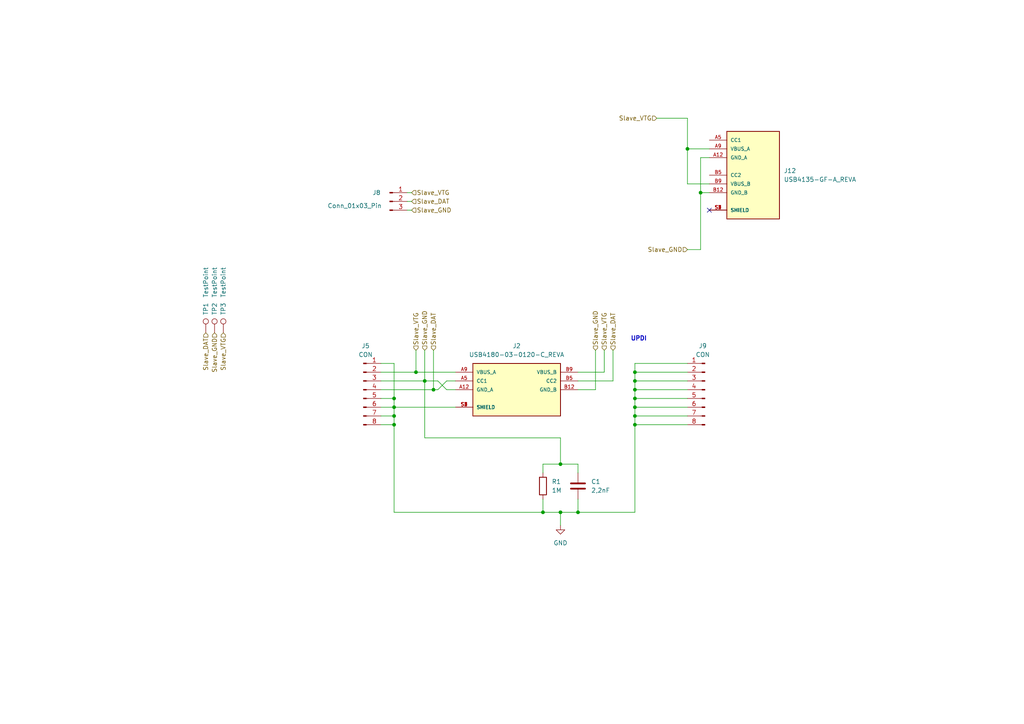
<source format=kicad_sch>
(kicad_sch (version 20231120) (generator "eeschema") (generator_version "8.0")
  (paper "A4")
  (lib_symbols
    (symbol "Connector:Conn_01x03_Pin" (pin_names (offset 1.016) hide)
      (property "Reference" "J" (at 0 5.08 0))
      (property "Value" "Conn_01x03_Pin" (at 0 -5.08 0))
      (symbol "Conn_01x03_Pin_1_1"
        (polyline (pts (xy 1.27 -2.54) (xy 0.8636 -2.54)) (stroke (width 0.1524)))
        (polyline (pts (xy 1.27 0) (xy 0.8636 0)) (stroke (width 0.1524)))
        (polyline (pts (xy 1.27 2.54) (xy 0.8636 2.54)) (stroke (width 0.1524)))
        (rectangle (start 0.8636 -2.413) (end 0 -2.667) (stroke (width 0.1524)) (fill (type outline)))
        (rectangle (start 0.8636 0.127) (end 0 -0.127) (stroke (width 0.1524)) (fill (type outline)))
        (rectangle (start 0.8636 2.667) (end 0 2.413) (stroke (width 0.1524)) (fill (type outline)))
        (pin passive line (at 5.08 2.54 180) (length 3.81) (name "Pin_1") (number "1"))
        (pin passive line (at 5.08 0 180) (length 3.81) (name "Pin_2") (number "2"))
        (pin passive line (at 5.08 -2.54 180) (length 3.81) (name "Pin_3") (number "3"))
      )
    )
    (symbol "Connector:Conn_01x08_Pin" (pin_names (offset 1.016) hide)
      (property "Reference" "J" (at 0 10.16 0))
      (property "Value" "Conn_01x08_Pin" (at 0 -12.7 0))
      (symbol "Conn_01x08_Pin_1_1"
        (polyline (pts (xy 1.27 -10.16) (xy 0.8636 -10.16)) (stroke (width 0.1524)))
        (polyline (pts (xy 1.27 -7.62) (xy 0.8636 -7.62)) (stroke (width 0.1524)))
        (polyline (pts (xy 1.27 -5.08) (xy 0.8636 -5.08)) (stroke (width 0.1524)))
        (polyline (pts (xy 1.27 -2.54) (xy 0.8636 -2.54)) (stroke (width 0.1524)))
        (polyline (pts (xy 1.27 0) (xy 0.8636 0)) (stroke (width 0.1524)))
        (polyline (pts (xy 1.27 2.54) (xy 0.8636 2.54)) (stroke (width 0.1524)))
        (polyline (pts (xy 1.27 5.08) (xy 0.8636 5.08)) (stroke (width 0.1524)))
        (polyline (pts (xy 1.27 7.62) (xy 0.8636 7.62)) (stroke (width 0.1524)))
        (rectangle (start 0.8636 -10.033) (end 0 -10.287) (stroke (width 0.1524)) (fill (type outline)))
        (rectangle (start 0.8636 -7.493) (end 0 -7.747) (stroke (width 0.1524)) (fill (type outline)))
        (rectangle (start 0.8636 -4.953) (end 0 -5.207) (stroke (width 0.1524)) (fill (type outline)))
        (rectangle (start 0.8636 -2.413) (end 0 -2.667) (stroke (width 0.1524)) (fill (type outline)))
        (rectangle (start 0.8636 0.127) (end 0 -0.127) (stroke (width 0.1524)) (fill (type outline)))
        (rectangle (start 0.8636 2.667) (end 0 2.413) (stroke (width 0.1524)) (fill (type outline)))
        (rectangle (start 0.8636 5.207) (end 0 4.953) (stroke (width 0.1524)) (fill (type outline)))
        (rectangle (start 0.8636 7.747) (end 0 7.493) (stroke (width 0.1524)) (fill (type outline)))
        (pin passive line (at 5.08 7.62 180) (length 3.81) (name "Pin_1") (number "1"))
        (pin passive line (at 5.08 5.08 180) (length 3.81) (name "Pin_2") (number "2"))
        (pin passive line (at 5.08 2.54 180) (length 3.81) (name "Pin_3") (number "3"))
        (pin passive line (at 5.08 0 180) (length 3.81) (name "Pin_4") (number "4"))
        (pin passive line (at 5.08 -2.54 180) (length 3.81) (name "Pin_5") (number "5"))
        (pin passive line (at 5.08 -5.08 180) (length 3.81) (name "Pin_6") (number "6"))
        (pin passive line (at 5.08 -7.62 180) (length 3.81) (name "Pin_7") (number "7"))
        (pin passive line (at 5.08 -10.16 180) (length 3.81) (name "Pin_8") (number "8"))
      )
    )
    (symbol "Connector:TestPoint" (pin_numbers hide) (pin_names (offset 0.762) hide)
      (property "Reference" "TP" (at 0 6.858 0))
      (property "Value" "TestPoint" (at 0 5.08 0))
      (symbol "TestPoint_0_1"
        (circle (center 0 3.302) (radius 0.762))
      )
      (symbol "TestPoint_1_1"
        (pin passive line (at 0 0 90) (length 2.54) (name "1") (number "1"))
      )
    )
    (symbol "Device:C" (pin_numbers hide) (pin_names (offset 0.254))
      (property "Reference" "C" (at 0.635 2.54 0))
      (property "Value" "C" (at 0.635 -2.54 0))
      (symbol "C_0_1"
        (polyline (pts (xy -2.032 -0.762) (xy 2.032 -0.762)) (stroke (width 0.508)))
        (polyline (pts (xy -2.032 0.762) (xy 2.032 0.762)) (stroke (width 0.508)))
      )
      (symbol "C_1_1"
        (pin passive line (at 0 3.81 270) (length 2.794) (name "~") (number "1"))
        (pin passive line (at 0 -3.81 90) (length 2.794) (name "~") (number "2"))
      )
    )
    (symbol "Device:R" (pin_numbers hide) (pin_names (offset 0))
      (property "Reference" "R" (at 2.032 0 90))
      (property "Value" "R" (at 0 0 90))
      (symbol "R_0_1"
        (rectangle (start -1.016 -2.54) (end 1.016 2.54) (stroke (width 0.254)))
      )
      (symbol "R_1_1"
        (pin passive line (at 0 3.81 270) (length 1.27) (name "~") (number "1"))
        (pin passive line (at 0 -3.81 90) (length 1.27) (name "~") (number "2"))
      )
    )
    (symbol "USB4135-GF-A_REVA:USB4135-GF-A_REVA" (pin_names (offset 1.016))
      (property "Reference" "J" (at -7.62 13.462 0))
      (property "Value" "USB4135-GF-A_REVA" (at -7.62 -13.462 0))
      (symbol "USB4135-GF-A_REVA_0_0"
        (rectangle (start -7.62 -12.7) (end 7.62 12.7) (stroke (width 0.254)) (fill (type background)))
        (pin power_in line (at -12.7 5.08 0) (length 5.08) (name "GND_A") (number "A12"))
        (pin bidirectional line (at -12.7 10.16 0) (length 5.08) (name "CC1") (number "A5"))
        (pin power_in line (at -12.7 7.62 0) (length 5.08) (name "VBUS_A") (number "A9"))
        (pin power_in line (at -12.7 -5.08 0) (length 5.08) (name "GND_B") (number "B12"))
        (pin bidirectional line (at -12.7 0 0) (length 5.08) (name "CC2") (number "B5"))
        (pin power_in line (at -12.7 -2.54 0) (length 5.08) (name "VBUS_B") (number "B9"))
        (pin passive line (at -12.7 -10.16 0) (length 5.08) (name "SHIELD") (number "S1"))
        (pin passive line (at -12.7 -10.16 0) (length 5.08) (name "SHIELD") (number "S2"))
        (pin passive line (at -12.7 -10.16 0) (length 5.08) (name "SHIELD") (number "S3"))
        (pin passive line (at -12.7 -10.16 0) (length 5.08) (name "SHIELD") (number "S4"))
      )
    )
    (symbol "USB4180-03-0120-C_REVA:USB4180-03-0120-C_REVA" (pin_names (offset 1.016))
      (property "Reference" "J" (at -12.7 8.382 0))
      (property "Value" "USB4180-03-0120-C_REVA" (at -12.7 -10.16 0))
      (symbol "USB4180-03-0120-C_REVA_0_0"
        (rectangle (start -12.7 -7.62) (end 12.7 7.62) (stroke (width 0.254)) (fill (type background)))
        (pin power_in line (at -17.78 0 0) (length 5.08) (name "GND_A") (number "A12"))
        (pin bidirectional line (at -17.78 2.54 0) (length 5.08) (name "CC1") (number "A5"))
        (pin power_in line (at -17.78 5.08 0) (length 5.08) (name "VBUS_A") (number "A9"))
        (pin power_in line (at 17.78 0 180) (length 5.08) (name "GND_B") (number "B12"))
        (pin bidirectional line (at 17.78 2.54 180) (length 5.08) (name "CC2") (number "B5"))
        (pin power_in line (at 17.78 5.08 180) (length 5.08) (name "VBUS_B") (number "B9"))
        (pin passive line (at -17.78 -5.08 0) (length 5.08) (name "SHIELD") (number "S1"))
        (pin passive line (at -17.78 -5.08 0) (length 5.08) (name "SHIELD") (number "S2"))
        (pin passive line (at -17.78 -5.08 0) (length 5.08) (name "SHIELD") (number "S3"))
        (pin passive line (at -17.78 -5.08 0) (length 5.08) (name "SHIELD") (number "S4"))
      )
    )
    (symbol "power:GND" (power) (pin_names (offset 0))
      (property "Value" "GND" (at 0 -3.81 0))
      (symbol "GND_0_1"
        (polyline (pts (xy 0 0) (xy 0 -1.27) (xy 1.27 -1.27) (xy 0 -2.54) (xy -1.27 -1.27) (xy 0 -1.27)))
      )
      (symbol "GND_1_1"
        (pin power_in line (at 0 0 270) (length 0) hide (name "GND") (number "1"))
      )
    )
  )
  (junction (at 184.15 113.03))
  (junction (at 184.15 123.19))
  (junction (at 114.3 123.19))
  (junction (at 125.73 113.03))
  (junction (at 123.19 110.49))
  (junction (at 114.3 118.11))
  (junction (at 157.48 148.59))
  (junction (at 184.15 107.95))
  (junction (at 120.65 107.95))
  (junction (at 162.56 148.59))
  (junction (at 114.3 120.65))
  (junction (at 199.39 43.18))
  (junction (at 114.3 115.57))
  (junction (at 184.15 115.57))
  (junction (at 167.64 148.59))
  (junction (at 184.15 110.49))
  (junction (at 184.15 120.65))
  (junction (at 184.15 118.11))
  (junction (at 162.56 134.62))
  (junction (at 203.2 55.88))
  (no_connect (at 205.74 60.96))
  (wire (pts (xy 114.3 118.11) (xy 114.3 120.65)))
  (wire (pts (xy 184.15 123.19) (xy 184.15 148.59)))
  (wire (pts (xy 123.19 110.49) (xy 127 110.49)))
  (wire (pts (xy 129.54 110.49) (xy 132.08 110.49)))
  (wire (pts (xy 114.3 123.19) (xy 114.3 148.59)))
  (wire (pts (xy 157.48 148.59) (xy 162.56 148.59)))
  (wire (pts (xy 167.64 113.03) (xy 172.72 113.03)))
  (wire (pts (xy 184.15 118.11) (xy 184.15 120.65)))
  (wire (pts (xy 184.15 115.57) (xy 184.15 118.11)))
  (wire (pts (xy 157.48 134.62) (xy 157.48 137.16)))
  (wire (pts (xy 110.49 123.19) (xy 114.3 123.19)))
  (wire (pts (xy 203.2 55.88) (xy 205.74 55.88)))
  (wire (pts (xy 167.64 144.78) (xy 167.64 148.59)))
  (wire (pts (xy 184.15 107.95) (xy 184.15 110.49)))
  (wire (pts (xy 184.15 110.49) (xy 184.15 113.03)))
  (wire (pts (xy 184.15 118.11) (xy 199.39 118.11)))
  (wire (pts (xy 123.19 101.6) (xy 123.19 110.49)))
  (wire (pts (xy 114.3 118.11) (xy 132.08 118.11)))
  (wire (pts (xy 110.49 107.95) (xy 120.65 107.95)))
  (wire (pts (xy 129.54 113.03) (xy 132.08 113.03)))
  (wire (pts (xy 184.15 110.49) (xy 199.39 110.49)))
  (wire (pts (xy 157.48 144.78) (xy 157.48 148.59)))
  (wire (pts (xy 110.49 113.03) (xy 125.73 113.03)))
  (wire (pts (xy 167.64 148.59) (xy 184.15 148.59)))
  (wire (pts (xy 199.39 53.34) (xy 199.39 43.18)))
  (wire (pts (xy 120.65 101.6) (xy 120.65 107.95)))
  (wire (pts (xy 118.11 60.96) (xy 119.38 60.96)))
  (wire (pts (xy 110.49 120.65) (xy 114.3 120.65)))
  (wire (pts (xy 162.56 127) (xy 162.56 134.62)))
  (wire (pts (xy 114.3 115.57) (xy 114.3 118.11)))
  (wire (pts (xy 199.39 72.39) (xy 203.2 72.39)))
  (wire (pts (xy 167.64 107.95) (xy 175.26 107.95)))
  (wire (pts (xy 184.15 113.03) (xy 199.39 113.03)))
  (wire (pts (xy 123.19 110.49) (xy 123.19 127)))
  (wire (pts (xy 184.15 120.65) (xy 199.39 120.65)))
  (wire (pts (xy 203.2 45.72) (xy 205.74 45.72)))
  (wire (pts (xy 184.15 120.65) (xy 184.15 123.19)))
  (wire (pts (xy 162.56 148.59) (xy 162.56 152.4)))
  (wire (pts (xy 114.3 120.65) (xy 114.3 123.19)))
  (wire (pts (xy 167.64 110.49) (xy 177.8 110.49)))
  (wire (pts (xy 203.2 55.88) (xy 203.2 72.39)))
  (wire (pts (xy 177.8 101.6) (xy 177.8 110.49)))
  (wire (pts (xy 120.65 107.95) (xy 132.08 107.95)))
  (wire (pts (xy 118.11 55.88) (xy 119.38 55.88)))
  (wire (pts (xy 114.3 105.41) (xy 114.3 115.57)))
  (wire (pts (xy 157.48 134.62) (xy 162.56 134.62)))
  (wire (pts (xy 190.5 34.29) (xy 199.39 34.29)))
  (wire (pts (xy 110.49 105.41) (xy 114.3 105.41)))
  (wire (pts (xy 184.15 113.03) (xy 184.15 115.57)))
  (wire (pts (xy 199.39 43.18) (xy 199.39 34.29)))
  (wire (pts (xy 175.26 107.95) (xy 175.26 101.6)))
  (wire (pts (xy 114.3 148.59) (xy 157.48 148.59)))
  (wire (pts (xy 110.49 115.57) (xy 114.3 115.57)))
  (wire (pts (xy 118.11 58.42) (xy 119.38 58.42)))
  (wire (pts (xy 184.15 105.41) (xy 184.15 107.95)))
  (wire (pts (xy 184.15 107.95) (xy 199.39 107.95)))
  (wire (pts (xy 162.56 134.62) (xy 167.64 134.62)))
  (wire (pts (xy 125.73 101.6) (xy 125.73 113.03)))
  (wire (pts (xy 184.15 123.19) (xy 199.39 123.19)))
  (wire (pts (xy 125.73 113.03) (xy 127 113.03)))
  (wire (pts (xy 110.49 110.49) (xy 123.19 110.49)))
  (wire (pts (xy 184.15 115.57) (xy 199.39 115.57)))
  (wire (pts (xy 205.74 53.34) (xy 199.39 53.34)))
  (wire (pts (xy 129.54 113.03) (xy 127 110.49)))
  (wire (pts (xy 167.64 134.62) (xy 167.64 137.16)))
  (wire (pts (xy 199.39 43.18) (xy 205.74 43.18)))
  (wire (pts (xy 110.49 118.11) (xy 114.3 118.11)))
  (wire (pts (xy 184.15 105.41) (xy 199.39 105.41)))
  (wire (pts (xy 203.2 45.72) (xy 203.2 55.88)))
  (wire (pts (xy 123.19 127) (xy 162.56 127)))
  (wire (pts (xy 172.72 101.6) (xy 172.72 113.03)))
  (wire (pts (xy 162.56 148.59) (xy 167.64 148.59)))
  (wire (pts (xy 129.54 110.49) (xy 127 113.03)))
  (text "UPDI" (at 182.88 99.06 0) (effects (font (size 1.27 1.27) (thickness 0.254) (bold yes)) (justify left bottom)))
  (hierarchical_label "Slave_GND" (shape input) (at 199.39 72.39 180))
  (hierarchical_label "Slave_DAT" (shape input) (at 177.8 101.6 90))
  (hierarchical_label "Slave_VTG" (shape input) (at 119.38 55.88 0))
  (hierarchical_label "Slave_DAT" (shape input) (at 59.69 96.52 270))
  (hierarchical_label "Slave_DAT" (shape input) (at 119.38 58.42 0))
  (hierarchical_label "Slave_GND" (shape input) (at 123.19 101.6 90))
  (hierarchical_label "Slave_VTG" (shape input) (at 64.77 96.52 270))
  (hierarchical_label "Slave_VTG" (shape input) (at 120.65 101.6 90))
  (hierarchical_label "Slave_GND" (shape input) (at 119.38 60.96 0))
  (hierarchical_label "Slave_VTG" (shape input) (at 190.5 34.29 180))
  (hierarchical_label "Slave_DAT" (shape input) (at 125.73 101.6 90))
  (hierarchical_label "Slave_GND" (shape input) (at 62.23 96.52 270))
  (hierarchical_label "Slave_GND" (shape input) (at 172.72 101.6 90))
  (hierarchical_label "Slave_VTG" (shape input) (at 175.26 101.6 90))
  (symbol (lib_id "Connector:Conn_01x08_Pin") (at 105.41 113.03 0) (unit 1)
    (property "Reference" "J5" (at 106.045 100.33 0))
    (property "Value" "CON" (at 106.045 102.87 0))
    (property "Footprint" "Connector_PinSocket_2.54mm:PinSocket_1x08_P2.54mm_Vertical" (effects (hide yes)))
  )
  (symbol (lib_id "USB4135-GF-A_REVA:USB4135-GF-A_REVA") (at 218.44 50.8 0) (unit 1)
    (property "Reference" "J12" (at 227.33 49.5299 0) (effects (justify left)))
    (property "Value" "USB4135-GF-A_REVA" (at 227.33 52.0699 0) (effects (justify left)))
    (property "Footprint" "footprints:GCT_USB4135-GF-A_REVA" (effects (hide yes)))
    (property "DigiKey_Part_Number" "2073-USB4135-GF-ATR-ND" (effects (hide yes)))
    (property "SnapEDA_Link" "https://www.snapeda.com/parts/USB4135-GF-A/Global+Connector+Technology/view-part/?ref=snap" (effects (hide yes)))
    (property "MAXIMUM_PACKAGE_HEIGHT" "3.25 mm" (effects (hide yes)))
    (property "Package" "None" (effects (hide yes)))
    (property "Check_prices" "https://www.snapeda.com/parts/USB4135-GF-A/Global+Connector+Technology/view-part/?ref=eda" (effects (hide yes)))
    (property "STANDARD" "Manufacturer Recommendations" (effects (hide yes)))
    (property "PARTREV" "A" (effects (hide yes)))
    (property "MF" "Global Connector Technology" (effects (hide yes)))
    (property "MP" "USB4135-GF-A" (effects (hide yes)))
    (property "Description_1" "\nType C Receptacle, Horizontal, SMT, For Power Charging Only\n" (effects (hide yes)))
    (property "MANUFACTURER" "GCT" (effects (hide yes)))
  )
  (symbol (lib_id "Connector:TestPoint") (at 64.77 96.52 0) (unit 1)
    (property "Reference" "TP3" (at 64.77 91.44 90) (effects (justify left)))
    (property "Value" "TestPoint" (at 64.77 86.36 90) (effects (justify left)))
    (property "Footprint" "TestPoint:TestPoint_Pad_D1.5mm" (effects (hide yes)))
    (property "Description" "test point" (effects (hide yes)))
  )
  (symbol (lib_id "Device:R") (at 157.48 140.97 0) (unit 1)
    (property "Reference" "R1" (at 160.02 139.7 0) (effects (justify left)))
    (property "Value" "1M" (at 160.02 142.24 0) (effects (justify left)))
    (property "Footprint" "Resistor_SMD:R_0805_2012Metric_Pad1.20x1.40mm_HandSolder" (effects (hide yes)))
  )
  (symbol (lib_id "Connector:Conn_01x03_Pin") (at 113.03 58.42 0) (unit 1)
    (property "Reference" "J8" (at 109.22 55.88 0))
    (property "Value" "Conn_01x03_Pin" (at 102.87 59.69 0))
    (property "Footprint" "Connector_Phoenix_MC:PhoenixContact_MC_1,5_3-G-3.81_1x03_P3.81mm_Horizontal" (effects (hide yes)))
    (property "Description" "Generic connector, single row, 01x03, script generated" (effects (hide yes)))
  )
  (symbol (lib_id "USB4180-03-0120-C_REVA:USB4180-03-0120-C_REVA") (at 149.86 113.03 0) (unit 1)
    (property "Reference" "J2" (at 149.86 100.33 0))
    (property "Value" "USB4180-03-0120-C_REVA" (at 149.86 102.87 0))
    (property "Footprint" "GCT_USB4180-03-0120-C:GCT_USB4180-03-0120-C_REVA" (effects (hide yes)))
    (property "Description" "\nType C USB Charging Connector\n" (effects (hide yes)))
    (property "MF" "Global Connector Technology" (effects (hide yes)))
    (property "MAXIMUM_PACKAGE_HEIGHT" "11.16mm" (effects (hide yes)))
    (property "Package" "None" (effects (hide yes)))
    (property "Price" "None" (effects (hide yes)))
    (property "Check_prices" "https://www.snapeda.com/parts/USB4180-03-0120-C/Global+Connector+Technology/view-part/?ref=eda" (effects (hide yes)))
    (property "STANDARD" "Manufacturer Recommendations" (effects (hide yes)))
    (property "PARTREV" "A" (effects (hide yes)))
    (property "SnapEDA_Link" "https://www.snapeda.com/parts/USB4180-03-0120-C/Global+Connector+Technology/view-part/?ref=snap" (effects (hide yes)))
    (property "MP" "USB4180-03-0120-C" (effects (hide yes)))
    (property "Purchase-URL" "https://www.snapeda.com/api/url_track_click_mouser/?unipart_id=13560344&manufacturer=Global Connector Technology&part_name=USB4180-03-0120-C&search_term=usb4180-03-0120-c" (effects (hide yes)))
    (property "SNAPEDA_PN" "USB4180-03-0120-C" (effects (hide yes)))
    (property "Availability" "In Stock" (effects (hide yes)))
    (property "MANUFACTURER" "Global Connector Technology" (effects (hide yes)))
  )
  (symbol (lib_id "Connector:TestPoint") (at 62.23 96.52 0) (unit 1)
    (property "Reference" "TP2" (at 62.23 91.44 90) (effects (justify left)))
    (property "Value" "TestPoint" (at 62.23 86.36 90) (effects (justify left)))
    (property "Footprint" "TestPoint:TestPoint_Pad_D1.5mm" (effects (hide yes)))
    (property "Description" "test point" (effects (hide yes)))
  )
  (symbol (lib_id "Connector:TestPoint") (at 59.69 96.52 0) (unit 1)
    (property "Reference" "TP1" (at 59.69 91.44 90) (effects (justify left)))
    (property "Value" "TestPoint" (at 59.69 86.36 90) (effects (justify left)))
    (property "Footprint" "TestPoint:TestPoint_Pad_D1.5mm" (effects (hide yes)))
    (property "Description" "test point" (effects (hide yes)))
  )
  (symbol (lib_id "power:GND") (at 162.56 152.4 0) (unit 1)
    (property "Reference" "#PWR03" (effects (hide yes)))
    (property "Value" "GND" (at 162.56 157.48 0))
  )
  (symbol (lib_id "Connector:Conn_01x08_Pin") (at 204.47 113.03 0) (mirror y) (unit 1)
    (property "Reference" "J9" (at 203.835 100.33 0))
    (property "Value" "CON" (at 203.835 102.87 0))
    (property "Footprint" "Connector_PinSocket_2.54mm:PinSocket_1x08_P2.54mm_Vertical" (effects (hide yes)))
  )
  (symbol (lib_id "Device:C") (at 167.64 140.97 0) (unit 1)
    (property "Reference" "C1" (at 171.45 139.7 0) (effects (justify left)))
    (property "Value" "2,2nF" (at 171.45 142.24 0) (effects (justify left)))
    (property "Footprint" "Capacitor_SMD:C_0805_2012Metric_Pad1.18x1.45mm_HandSolder" (effects (hide yes)))
  )
)
</source>
